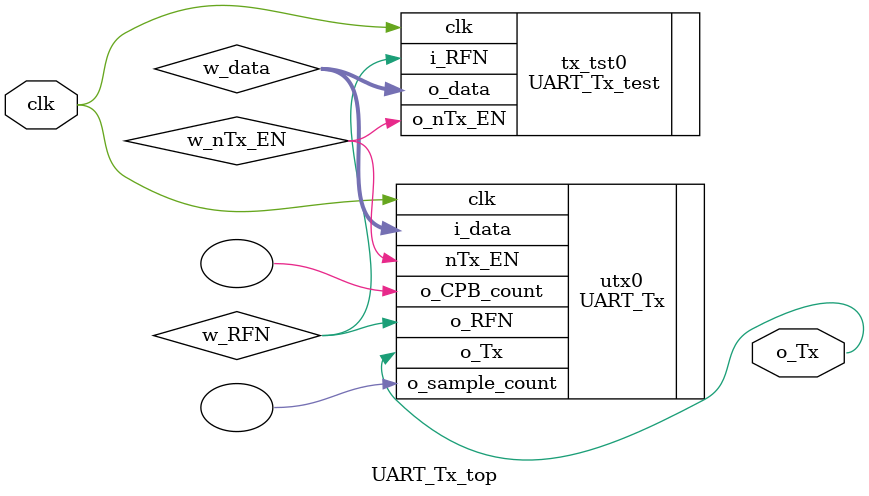
<source format=v>
`timescale 1ns / 1ps

module UART_Tx_top(
	input clk,
	output o_Tx
	);
	
	wire [7:0] w_data;
	wire w_RFN;
	wire w_nTx_EN;
	
	UART_Tx #(1250) utx0 (
		.clk(clk),
		.i_data(w_data),
		.nTx_EN(w_nTx_EN),
		.o_Tx(o_Tx),
		.o_RFN(w_RFN),
		.o_sample_count(),  // leave last two ports unconnected (sometimes helpful to see which bit being transmitted,
		.o_CPB_count()      //  and how much more time in that bit).
		);
		
	UART_Tx_test tx_tst0(
		.clk(clk),
		.i_RFN(w_RFN),
		.o_data(w_data),
		.o_nTx_EN(w_nTx_EN)
		);
		
endmodule  

</source>
